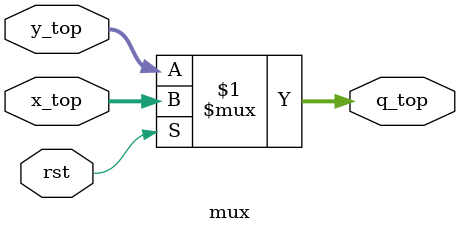
<source format=v>
module mux (
	input 	 rst,
	input   [1:0] x_top, 
	input   [1:0] y_top,
	output  [1:0] q_top
);

	assign q_top = (rst) ? x_top : y_top;

endmodule

</source>
